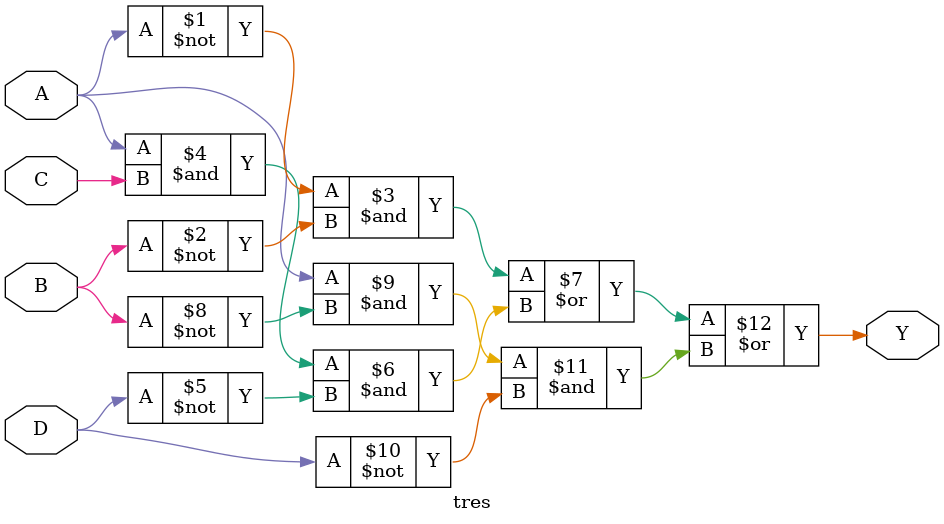
<source format=sv>
module tres(
    input logic A, B, C, D,
    output logic Y
);
assign Y=(~A)&(~B)|A&C&(~D)|A&(~B)&(~D);
endmodule
</source>
